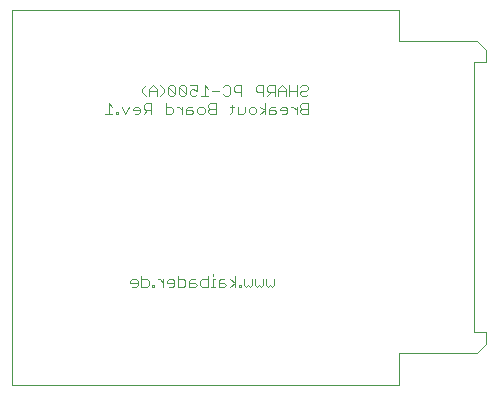
<source format=gbo>
G75*
%MOIN*%
%OFA0B0*%
%FSLAX24Y24*%
%IPPOS*%
%LPD*%
%AMOC8*
5,1,8,0,0,1.08239X$1,22.5*
%
%ADD10C,0.0000*%
%ADD11C,0.0030*%
D10*
X000150Y000487D02*
X013050Y000487D01*
X013050Y001537D01*
X015650Y001537D01*
X015950Y001837D01*
X015950Y002237D01*
X015550Y002237D01*
X015550Y011237D01*
X015950Y011237D01*
X015950Y011637D01*
X015650Y011937D01*
X013050Y011937D01*
X013050Y012987D01*
X000150Y012987D01*
X000150Y000487D01*
D11*
X004157Y003752D02*
X004281Y003752D01*
X004342Y003813D01*
X004342Y003937D01*
X004281Y003999D01*
X004157Y003999D01*
X004096Y003937D01*
X004096Y003875D01*
X004342Y003875D01*
X004464Y003752D02*
X004649Y003752D01*
X004711Y003813D01*
X004711Y003937D01*
X004649Y003999D01*
X004464Y003999D01*
X004464Y004122D02*
X004464Y003752D01*
X004833Y003752D02*
X004895Y003752D01*
X004895Y003813D01*
X004833Y003813D01*
X004833Y003752D01*
X005017Y003999D02*
X005078Y003999D01*
X005202Y003875D01*
X005323Y003875D02*
X005323Y003937D01*
X005385Y003999D01*
X005508Y003999D01*
X005570Y003937D01*
X005570Y003813D01*
X005508Y003752D01*
X005385Y003752D01*
X005323Y003875D02*
X005570Y003875D01*
X005692Y003752D02*
X005877Y003752D01*
X005938Y003813D01*
X005938Y003937D01*
X005877Y003999D01*
X005692Y003999D01*
X005692Y004122D02*
X005692Y003752D01*
X006060Y003752D02*
X006060Y003937D01*
X006122Y003999D01*
X006245Y003999D01*
X006245Y003875D02*
X006060Y003875D01*
X006060Y003752D02*
X006245Y003752D01*
X006307Y003813D01*
X006245Y003875D01*
X006428Y003813D02*
X006490Y003752D01*
X006675Y003752D01*
X006675Y004122D01*
X006675Y003999D02*
X006490Y003999D01*
X006428Y003937D01*
X006428Y003813D01*
X006797Y003752D02*
X006921Y003752D01*
X006859Y003752D02*
X006859Y003999D01*
X006921Y003999D01*
X007042Y003937D02*
X007042Y003752D01*
X007227Y003752D01*
X007289Y003813D01*
X007227Y003875D01*
X007042Y003875D01*
X007042Y003937D02*
X007104Y003999D01*
X007227Y003999D01*
X007411Y003999D02*
X007596Y003875D01*
X007411Y003752D01*
X007596Y003752D02*
X007596Y004122D01*
X007901Y003999D02*
X007901Y003813D01*
X007963Y003752D01*
X008025Y003813D01*
X008087Y003752D01*
X008148Y003813D01*
X008148Y003999D01*
X008270Y003999D02*
X008270Y003813D01*
X008332Y003752D01*
X008393Y003813D01*
X008455Y003752D01*
X008517Y003813D01*
X008517Y003999D01*
X008638Y003999D02*
X008638Y003813D01*
X008700Y003752D01*
X008762Y003813D01*
X008823Y003752D01*
X008885Y003813D01*
X008885Y003999D01*
X007780Y003813D02*
X007780Y003752D01*
X007718Y003752D01*
X007718Y003813D01*
X007780Y003813D01*
X006859Y004122D02*
X006859Y004184D01*
X005202Y003999D02*
X005202Y003752D01*
X005282Y009502D02*
X005467Y009502D01*
X005529Y009563D01*
X005529Y009687D01*
X005467Y009749D01*
X005282Y009749D01*
X005282Y009872D02*
X005282Y009502D01*
X005651Y009749D02*
X005713Y009749D01*
X005836Y009625D01*
X005957Y009625D02*
X006143Y009625D01*
X006204Y009563D01*
X006143Y009502D01*
X005957Y009502D01*
X005957Y009687D01*
X006019Y009749D01*
X006143Y009749D01*
X006326Y009687D02*
X006387Y009749D01*
X006511Y009749D01*
X006573Y009687D01*
X006573Y009563D01*
X006511Y009502D01*
X006387Y009502D01*
X006326Y009563D01*
X006326Y009687D01*
X006694Y009749D02*
X006756Y009687D01*
X006941Y009687D01*
X006941Y009502D02*
X006941Y009872D01*
X006756Y009872D01*
X006694Y009810D01*
X006694Y009749D01*
X006756Y009687D02*
X006694Y009625D01*
X006694Y009563D01*
X006756Y009502D01*
X006941Y009502D01*
X007431Y009502D02*
X007493Y009563D01*
X007493Y009810D01*
X007555Y009749D02*
X007431Y009749D01*
X007676Y009749D02*
X007676Y009502D01*
X007861Y009502D01*
X007923Y009563D01*
X007923Y009749D01*
X008045Y009687D02*
X008106Y009749D01*
X008230Y009749D01*
X008291Y009687D01*
X008291Y009563D01*
X008230Y009502D01*
X008106Y009502D01*
X008045Y009563D01*
X008045Y009687D01*
X008413Y009749D02*
X008598Y009625D01*
X008413Y009502D01*
X008598Y009502D02*
X008598Y009872D01*
X008781Y009749D02*
X008720Y009687D01*
X008720Y009502D01*
X008905Y009502D01*
X008967Y009563D01*
X008905Y009625D01*
X008720Y009625D01*
X008781Y009749D02*
X008905Y009749D01*
X009088Y009687D02*
X009088Y009625D01*
X009335Y009625D01*
X009335Y009563D02*
X009335Y009687D01*
X009273Y009749D01*
X009150Y009749D01*
X009088Y009687D01*
X009150Y009502D02*
X009273Y009502D01*
X009335Y009563D01*
X009457Y009749D02*
X009518Y009749D01*
X009642Y009625D01*
X009763Y009625D02*
X009763Y009563D01*
X009825Y009502D01*
X010010Y009502D01*
X010010Y009872D01*
X009825Y009872D01*
X009763Y009810D01*
X009763Y009749D01*
X009825Y009687D01*
X010010Y009687D01*
X009825Y009687D02*
X009763Y009625D01*
X009642Y009502D02*
X009642Y009749D01*
X009642Y010102D02*
X009642Y010472D01*
X009763Y010410D02*
X009825Y010472D01*
X009948Y010472D01*
X010010Y010410D01*
X010010Y010349D01*
X009948Y010287D01*
X009825Y010287D01*
X009763Y010225D01*
X009763Y010163D01*
X009825Y010102D01*
X009948Y010102D01*
X010010Y010163D01*
X009642Y010287D02*
X009395Y010287D01*
X009274Y010287D02*
X009027Y010287D01*
X009027Y010349D02*
X009027Y010102D01*
X008905Y010102D02*
X008905Y010472D01*
X008720Y010472D01*
X008658Y010410D01*
X008658Y010287D01*
X008720Y010225D01*
X008905Y010225D01*
X008782Y010225D02*
X008658Y010102D01*
X008537Y010102D02*
X008537Y010472D01*
X008352Y010472D01*
X008290Y010410D01*
X008290Y010287D01*
X008352Y010225D01*
X008537Y010225D01*
X009027Y010349D02*
X009150Y010472D01*
X009274Y010349D01*
X009274Y010102D01*
X009395Y010102D02*
X009395Y010472D01*
X007800Y010472D02*
X007800Y010102D01*
X007800Y010225D02*
X007615Y010225D01*
X007553Y010287D01*
X007553Y010410D01*
X007615Y010472D01*
X007800Y010472D01*
X007432Y010410D02*
X007432Y010163D01*
X007370Y010102D01*
X007247Y010102D01*
X007185Y010163D01*
X007064Y010287D02*
X006817Y010287D01*
X006695Y010349D02*
X006572Y010472D01*
X006572Y010102D01*
X006695Y010102D02*
X006449Y010102D01*
X006327Y010163D02*
X006265Y010102D01*
X006142Y010102D01*
X006080Y010163D01*
X006080Y010287D01*
X006142Y010349D01*
X006204Y010349D01*
X006327Y010287D01*
X006327Y010472D01*
X006080Y010472D01*
X005959Y010410D02*
X005897Y010472D01*
X005774Y010472D01*
X005712Y010410D01*
X005959Y010163D01*
X005897Y010102D01*
X005774Y010102D01*
X005712Y010163D01*
X005712Y010410D01*
X005590Y010410D02*
X005529Y010472D01*
X005405Y010472D01*
X005344Y010410D01*
X005590Y010163D01*
X005529Y010102D01*
X005405Y010102D01*
X005344Y010163D01*
X005344Y010410D01*
X005222Y010349D02*
X005099Y010472D01*
X004977Y010349D02*
X004853Y010472D01*
X004730Y010349D01*
X004730Y010102D01*
X004608Y010102D02*
X004485Y010225D01*
X004485Y010349D01*
X004608Y010472D01*
X004730Y010287D02*
X004977Y010287D01*
X004977Y010349D02*
X004977Y010102D01*
X005099Y010102D02*
X005222Y010225D01*
X005222Y010349D01*
X005590Y010410D02*
X005590Y010163D01*
X005959Y010163D02*
X005959Y010410D01*
X005836Y009749D02*
X005836Y009502D01*
X004792Y009502D02*
X004792Y009872D01*
X004607Y009872D01*
X004546Y009810D01*
X004546Y009687D01*
X004607Y009625D01*
X004792Y009625D01*
X004669Y009625D02*
X004546Y009502D01*
X004424Y009563D02*
X004424Y009687D01*
X004362Y009749D01*
X004239Y009749D01*
X004177Y009687D01*
X004177Y009625D01*
X004424Y009625D01*
X004424Y009563D02*
X004362Y009502D01*
X004239Y009502D01*
X003932Y009502D02*
X003809Y009749D01*
X004056Y009749D02*
X003932Y009502D01*
X003687Y009502D02*
X003626Y009502D01*
X003626Y009563D01*
X003687Y009563D01*
X003687Y009502D01*
X003503Y009502D02*
X003256Y009502D01*
X003380Y009502D02*
X003380Y009872D01*
X003503Y009749D01*
X007185Y010410D02*
X007247Y010472D01*
X007370Y010472D01*
X007432Y010410D01*
M02*

</source>
